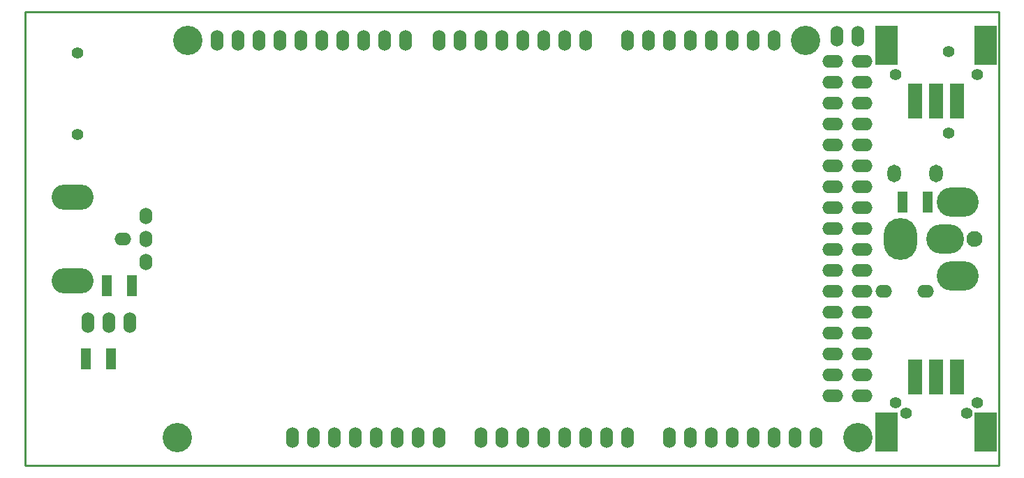
<source format=gbl>
G04 #@! TF.GenerationSoftware,KiCad,Pcbnew,no-vcs-found-7571~57~ubuntu16.04.1*
G04 #@! TF.CreationDate,2017-02-02T16:12:20-05:00*
G04 #@! TF.ProjectId,h_bridge_controller_5x3,74656D706C6174655F3578332E6B6963,1.0*
G04 #@! TF.FileFunction,Copper,L2,Bot,Signal*
G04 #@! TF.FilePolarity,Positive*
%FSLAX46Y46*%
G04 Gerber Fmt 4.6, Leading zero omitted, Abs format (unit mm)*
G04 Created by KiCad (PCBNEW no-vcs-found-7571~57~ubuntu16.04.1) date Thu Feb  2 16:12:20 2017*
%MOMM*%
%LPD*%
G01*
G04 APERTURE LIST*
%ADD10C,0.100000*%
%ADD11C,0.228600*%
%ADD12C,3.556000*%
%ADD13O,1.524000X2.540000*%
%ADD14O,2.540000X1.524000*%
%ADD15C,1.930400*%
%ADD16O,4.572000X3.556000*%
%ADD17O,4.064000X5.080000*%
%ADD18O,5.080000X3.556000*%
%ADD19O,5.080000X3.048000*%
%ADD20O,2.032000X1.524000*%
%ADD21O,1.524000X2.032000*%
%ADD22O,1.651000X2.159000*%
%ADD23C,1.397000*%
%ADD24R,1.778000X4.191000*%
%ADD25R,2.794000X4.826000*%
%ADD26R,1.270000X2.540000*%
G04 APERTURE END LIST*
D10*
D11*
X211455000Y-75311000D02*
X93345000Y-75311000D01*
X211455000Y-130429000D02*
X211455000Y-75311000D01*
X93345000Y-130429000D02*
X211455000Y-130429000D01*
X93345000Y-75311000D02*
X93345000Y-130429000D01*
D12*
X111760000Y-127000000D03*
X113030000Y-78740000D03*
X194310000Y-127000000D03*
X187960000Y-78740000D03*
D13*
X125730000Y-127000000D03*
X128270000Y-127000000D03*
X130810000Y-127000000D03*
X133350000Y-127000000D03*
X135890000Y-127000000D03*
X138430000Y-127000000D03*
X140970000Y-127000000D03*
X143510000Y-127000000D03*
X148590000Y-127000000D03*
X151130000Y-127000000D03*
X153670000Y-127000000D03*
X156210000Y-127000000D03*
X158750000Y-127000000D03*
X161290000Y-127000000D03*
X163830000Y-127000000D03*
X166370000Y-127000000D03*
X171450000Y-127000000D03*
X173990000Y-127000000D03*
X176530000Y-127000000D03*
X179070000Y-127000000D03*
X181610000Y-127000000D03*
X184150000Y-127000000D03*
X186690000Y-127000000D03*
X189230000Y-127000000D03*
X116586000Y-78740000D03*
X119126000Y-78740000D03*
X121666000Y-78740000D03*
X124206000Y-78740000D03*
X126746000Y-78740000D03*
X129286000Y-78740000D03*
X131826000Y-78740000D03*
X134366000Y-78740000D03*
X136906000Y-78740000D03*
X139446000Y-78740000D03*
X143510000Y-78740000D03*
X161290000Y-78740000D03*
X158750000Y-78740000D03*
X156210000Y-78740000D03*
X153670000Y-78740000D03*
X151130000Y-78740000D03*
X148590000Y-78740000D03*
X146050000Y-78740000D03*
X166370000Y-78740000D03*
X168910000Y-78740000D03*
X171450000Y-78740000D03*
X173990000Y-78740000D03*
X176530000Y-78740000D03*
X179070000Y-78740000D03*
X181610000Y-78740000D03*
X184150000Y-78740000D03*
X191770000Y-78232000D03*
X194310000Y-78232000D03*
D14*
X191262000Y-81280000D03*
X194818000Y-81280000D03*
X191262000Y-83820000D03*
X194818000Y-83820000D03*
X191262000Y-86360000D03*
X194818000Y-86360000D03*
X191262000Y-88900000D03*
X194818000Y-88900000D03*
X191262000Y-91440000D03*
X194818000Y-91440000D03*
X191262000Y-93980000D03*
X194818000Y-93980000D03*
X191262000Y-96520000D03*
X194818000Y-96520000D03*
X191262000Y-99060000D03*
X194818000Y-99060000D03*
X191262000Y-101600000D03*
X194818000Y-101600000D03*
X191262000Y-104140000D03*
X194818000Y-104140000D03*
X191262000Y-106680000D03*
X194818000Y-106680000D03*
X191262000Y-109220000D03*
X194818000Y-109220000D03*
X191262000Y-111760000D03*
X194818000Y-111760000D03*
X191262000Y-114300000D03*
X194818000Y-114300000D03*
X191262000Y-116840000D03*
X194818000Y-116840000D03*
X191262000Y-119380000D03*
X194818000Y-119380000D03*
X191262000Y-121920000D03*
X194818000Y-121920000D03*
D13*
X103505000Y-113030000D03*
X100965000Y-113030000D03*
X106045000Y-113030000D03*
D15*
X208457800Y-102870000D03*
D16*
X204952600Y-102870000D03*
D17*
X199466200Y-102870000D03*
D18*
X206451200Y-98374200D03*
X206451200Y-107365800D03*
D19*
X99060000Y-107950000D03*
X99060000Y-97790000D03*
D20*
X105156000Y-102870000D03*
D21*
X107950000Y-102870000D03*
X107950000Y-100076000D03*
X107950000Y-105664000D03*
D22*
X198755000Y-94970600D03*
X203835000Y-94970600D03*
D23*
X99695000Y-90170000D03*
X99695000Y-80264000D03*
D24*
X206375000Y-86106000D03*
X203835000Y-86106000D03*
X201295000Y-86106000D03*
D23*
X208788000Y-82931000D03*
X198882000Y-82931000D03*
D25*
X209829400Y-79375000D03*
X197840600Y-79375000D03*
D23*
X205359000Y-80137000D03*
X205359000Y-90043000D03*
D24*
X201295000Y-119634000D03*
X203835000Y-119634000D03*
X206375000Y-119634000D03*
D23*
X198882000Y-122809000D03*
X208788000Y-122809000D03*
D25*
X197840600Y-126365000D03*
X209829400Y-126365000D03*
D23*
X207518000Y-124079000D03*
X200152000Y-124079000D03*
D20*
X197485000Y-109220000D03*
X202565000Y-109220000D03*
D26*
X100711000Y-117475000D03*
X103759000Y-117475000D03*
X106299000Y-108585000D03*
X103251000Y-108585000D03*
X199771000Y-98425000D03*
X202819000Y-98425000D03*
M02*

</source>
